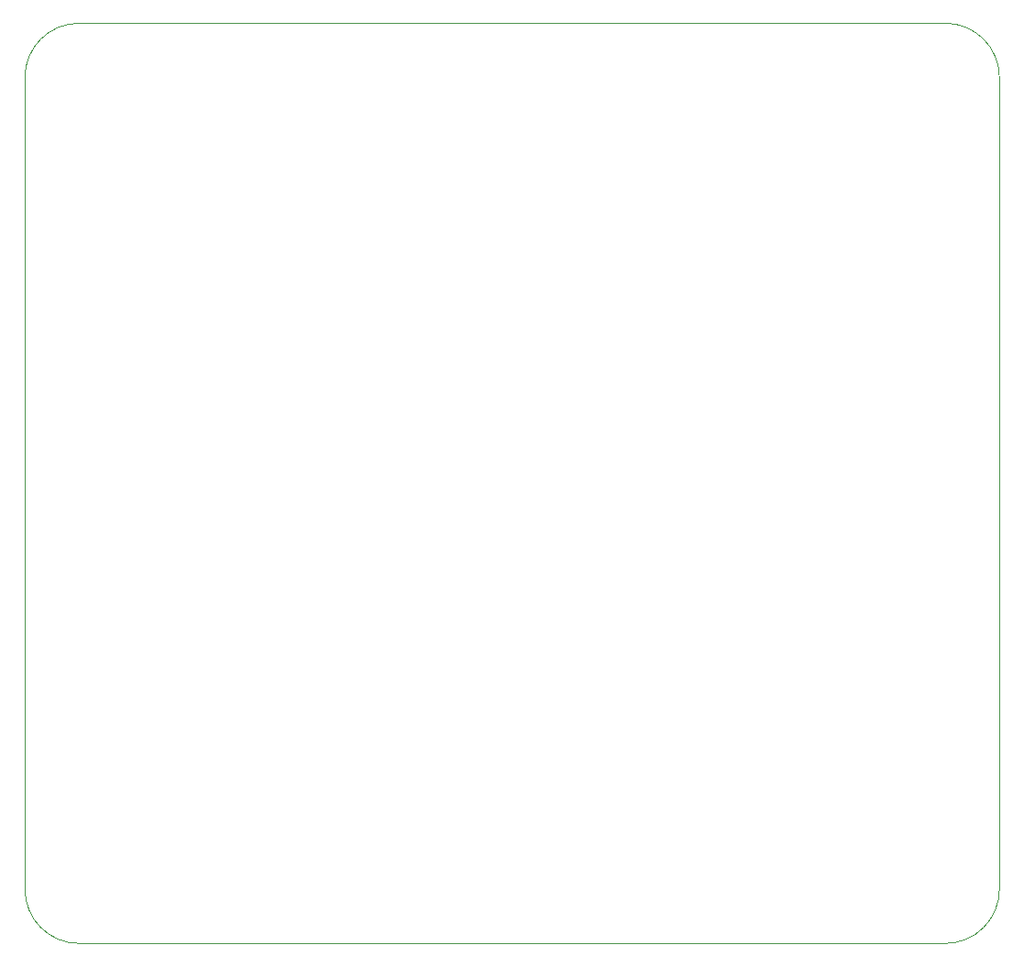
<source format=gbr>
%TF.GenerationSoftware,KiCad,Pcbnew,8.0.1-rc1*%
%TF.CreationDate,2024-04-06T08:28:56-04:00*%
%TF.ProjectId,ESP32_CHUNGUS_RAPIDUS,45535033-325f-4434-9855-4e4755535f52,rev?*%
%TF.SameCoordinates,Original*%
%TF.FileFunction,Profile,NP*%
%FSLAX46Y46*%
G04 Gerber Fmt 4.6, Leading zero omitted, Abs format (unit mm)*
G04 Created by KiCad (PCBNEW 8.0.1-rc1) date 2024-04-06 08:28:56*
%MOMM*%
%LPD*%
G01*
G04 APERTURE LIST*
%TA.AperFunction,Profile*%
%ADD10C,0.100000*%
%TD*%
G04 APERTURE END LIST*
D10*
X40100000Y-102700000D02*
G75*
G02*
X35100000Y-97700000I0J5000000D01*
G01*
X35100000Y-22700000D02*
X35100000Y-97700000D01*
X80100000Y-17700000D02*
X120100000Y-17700000D01*
X125100000Y-97700000D02*
G75*
G02*
X120100000Y-102700000I-5000000J0D01*
G01*
X120100000Y-17700000D02*
G75*
G02*
X125100000Y-22700000I0J-5000000D01*
G01*
X125100000Y-22700000D02*
X125100000Y-97700000D01*
X80100000Y-17700000D02*
X40100000Y-17700000D01*
X120100000Y-102700000D02*
X40100000Y-102700000D01*
X35100000Y-22700000D02*
G75*
G02*
X40100000Y-17700000I5000000J0D01*
G01*
M02*

</source>
